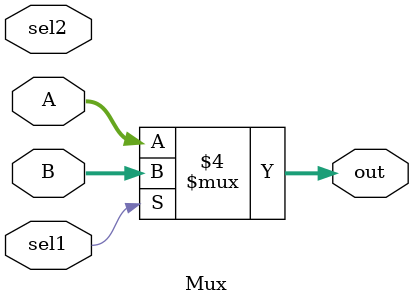
<source format=sv>
`timescale 1ns / 1ps


module Mux #(parameter WIDTH = 3)(
    input[WIDTH:0] A,
    input [WIDTH:0]B,
    input sel1,
    input sel2,
    output logic[WIDTH:0] out 
    );
    always_comb
    begin
    
    if(sel1 == 1) 
        begin
            out = B;
        end
//    else if (sel2 == 1) //this dispalys 
//        begin
//            out = B;
//        end
    else //no buttons are pushed; //trying to bypass the button to see if it fixes the problem
    begin
    
    out = A;
    end
    end
endmodule

</source>
